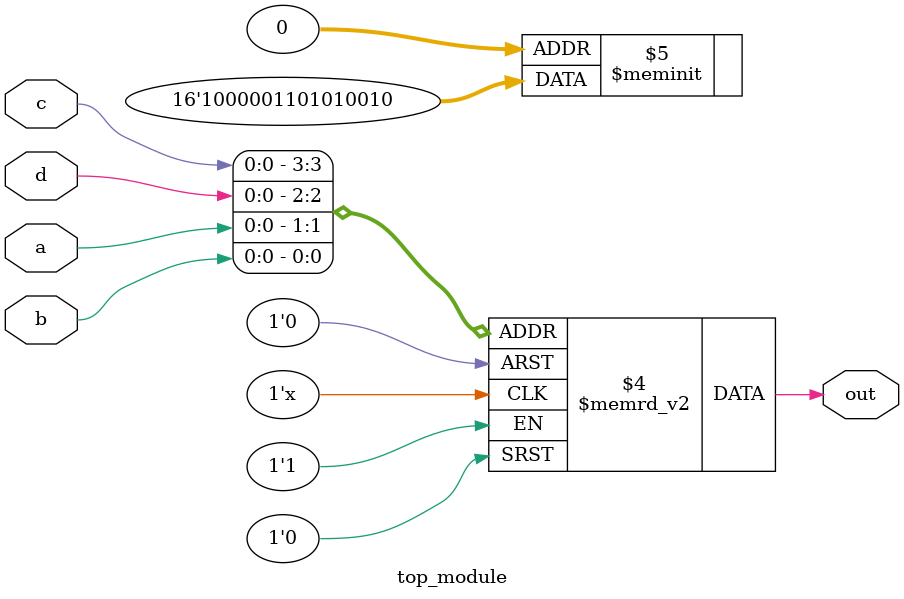
<source format=sv>
module top_module (
	input a, 
	input b,
	input c,
	input d,
	output reg out
);

always @(*) begin
    case ({c, d, a, b})
        4'b0000, 4'b0011, 4'b1010: out = 1'b0;
        4'b0001, 4'b0110, 4'b1001: out = 1'b1;
        4'b0101, 4'b1011, 4'b1100: out = 1'b0;
        4'b0100, 4'b1000, 4'b1111: out = 1'b1;
        default: out = 1'b0;
    endcase
end

endmodule

</source>
